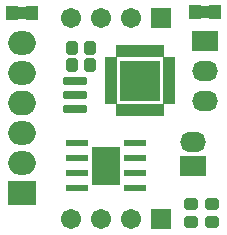
<source format=gts>
G04*
G04 #@! TF.GenerationSoftware,Altium Limited,Altium Designer,21.9.2 (33)*
G04*
G04 Layer_Color=8388736*
%FSLAX44Y44*%
%MOMM*%
G71*
G04*
G04 #@! TF.SameCoordinates,8D6B135D-26D1-4348-B727-2CCB693FEEA9*
G04*
G04*
G04 #@! TF.FilePolarity,Negative*
G04*
G01*
G75*
%ADD17R,1.9812X0.5334*%
%ADD26R,2.3876X3.2004*%
G04:AMPARAMS|DCode=27|XSize=1.0032mm|YSize=1.1032mm|CornerRadius=0.1616mm|HoleSize=0mm|Usage=FLASHONLY|Rotation=270.000|XOffset=0mm|YOffset=0mm|HoleType=Round|Shape=RoundedRectangle|*
%AMROUNDEDRECTD27*
21,1,1.0032,0.7800,0,0,270.0*
21,1,0.6800,1.1032,0,0,270.0*
1,1,0.3232,-0.3900,-0.3400*
1,1,0.3232,-0.3900,0.3400*
1,1,0.3232,0.3900,0.3400*
1,1,0.3232,0.3900,-0.3400*
%
%ADD27ROUNDEDRECTD27*%
%ADD28R,3.4544X3.4544*%
%ADD29R,0.5080X1.0160*%
%ADD30R,1.0160X0.5080*%
%ADD31R,1.1032X1.2032*%
%ADD32O,2.2032X1.7032*%
%ADD33R,2.2032X1.7032*%
G04:AMPARAMS|DCode=34|XSize=0.6032mm|YSize=2.1032mm|CornerRadius=0.1616mm|HoleSize=0mm|Usage=FLASHONLY|Rotation=270.000|XOffset=0mm|YOffset=0mm|HoleType=Round|Shape=RoundedRectangle|*
%AMROUNDEDRECTD34*
21,1,0.6032,1.7800,0,0,270.0*
21,1,0.2800,2.1032,0,0,270.0*
1,1,0.3232,-0.8900,-0.1400*
1,1,0.3232,-0.8900,0.1400*
1,1,0.3232,0.8900,0.1400*
1,1,0.3232,0.8900,-0.1400*
%
%ADD34ROUNDEDRECTD34*%
G04:AMPARAMS|DCode=35|XSize=1.0032mm|YSize=1.1032mm|CornerRadius=0.1616mm|HoleSize=0mm|Usage=FLASHONLY|Rotation=0.000|XOffset=0mm|YOffset=0mm|HoleType=Round|Shape=RoundedRectangle|*
%AMROUNDEDRECTD35*
21,1,1.0032,0.7800,0,0,0.0*
21,1,0.6800,1.1032,0,0,0.0*
1,1,0.3232,0.3400,-0.3900*
1,1,0.3232,-0.3400,-0.3900*
1,1,0.3232,-0.3400,0.3900*
1,1,0.3232,0.3400,0.3900*
%
%ADD35ROUNDEDRECTD35*%
%ADD36C,1.7032*%
%ADD37R,1.7032X1.7032*%
%ADD38O,2.3368X2.0828*%
%ADD39O,2.3368X2.0320*%
%ADD40R,2.3368X2.0320*%
%ADD41O,2.2032X1.7032*%
%ADD42R,2.2032X1.7032*%
G36*
X30000Y184000D02*
X20000D01*
Y194000D01*
X30000D01*
Y184000D01*
D02*
G37*
G36*
X175000Y195000D02*
X185000D01*
Y185000D01*
X175000D01*
Y195000D01*
D02*
G37*
D17*
X71362Y40950D02*
D03*
Y53650D02*
D03*
Y66350D02*
D03*
Y79050D02*
D03*
X120638D02*
D03*
Y66350D02*
D03*
Y53650D02*
D03*
Y40950D02*
D03*
D26*
X96000Y60000D02*
D03*
D27*
X186000Y27500D02*
D03*
Y12500D02*
D03*
X168000Y27500D02*
D03*
Y12500D02*
D03*
D28*
X125000Y132000D02*
D03*
D29*
X107474Y156638D02*
D03*
X112554D02*
D03*
X117380D02*
D03*
X122460D02*
D03*
X127540D02*
D03*
X132620D02*
D03*
X137446D02*
D03*
X142526D02*
D03*
Y107362D02*
D03*
X137446D02*
D03*
X132620D02*
D03*
X127540D02*
D03*
X122460D02*
D03*
X117380D02*
D03*
X112554D02*
D03*
X107474D02*
D03*
D30*
X149638Y149526D02*
D03*
Y144446D02*
D03*
Y139620D02*
D03*
Y134540D02*
D03*
Y129460D02*
D03*
Y124380D02*
D03*
Y119554D02*
D03*
Y114474D02*
D03*
X100362D02*
D03*
Y119554D02*
D03*
Y124380D02*
D03*
Y129460D02*
D03*
Y134540D02*
D03*
Y139620D02*
D03*
Y144446D02*
D03*
Y149526D02*
D03*
D31*
X171501Y190001D02*
D03*
X188501D02*
D03*
X33499Y188999D02*
D03*
X16499D02*
D03*
D32*
X180000Y140399D02*
D03*
X180000Y115000D02*
D03*
D33*
X180000Y165799D02*
D03*
D34*
X70000Y108000D02*
D03*
Y120000D02*
D03*
Y132000D02*
D03*
D35*
X82500Y145000D02*
D03*
X67500D02*
D03*
X82500Y160000D02*
D03*
X67500D02*
D03*
D36*
X117700Y15000D02*
D03*
X92300Y15000D02*
D03*
X66900D02*
D03*
X117700Y185000D02*
D03*
X92300Y185000D02*
D03*
X66900D02*
D03*
D37*
X143100Y15000D02*
D03*
Y185000D02*
D03*
D38*
X25000Y112700D02*
D03*
D39*
Y87300D02*
D03*
Y61900D02*
D03*
Y138100D02*
D03*
Y163500D02*
D03*
D40*
Y36500D02*
D03*
D41*
X170000Y80000D02*
D03*
D42*
Y60000D02*
D03*
M02*

</source>
